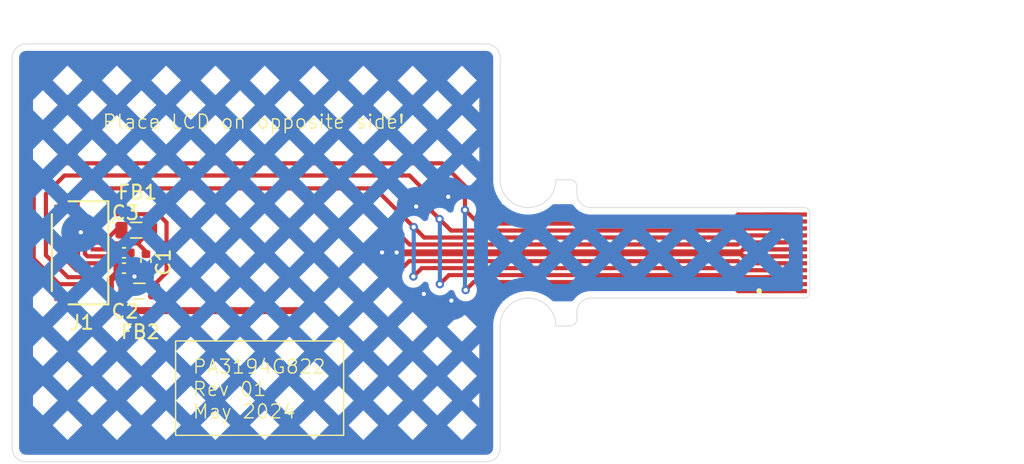
<source format=kicad_pcb>
(kicad_pcb (version 20240108) (generator "pcbnew") (generator_version "8.0")
  (title_block (title "Daughterboard") (date "2024-05-03") (rev "A"))
  (layers (0 "F.Cu" signal) (31 "B.Cu" signal) (34 "B.Paste" user) (35 "F.Paste" user) (36 "B.SilkS" user "B.Silkscreen") (37 "F.SilkS" user "F.Silkscreen") (38 "B.Mask" user) (39 "F.Mask" user) (44 "Edge.Cuts" user))
  (net 0 "")
  (net 1 "/VDDA")
  (net 2 "/VSSA")
  (net 3 "GND")
  (net 4 "/VDD")
  (net 5 "/SPI_CS")
  (net 6 "/SPI_SDI")
  (net 7 "/SPI_CLK")
  (footprint "Capacitor_SMD:C_0402_1005Metric" (layer "F.Cu") (at 108.025 101.1)
    (property "Reference" "C2" (at 0.075 3.1 0) (layer "F.SilkS"))
    (property "Value" "1u")
    (fp_line (start -0.107836 -0.36) (end 0.107836 -0.36) (stroke (width 0.12)) (layer "F.SilkS"))
    (fp_line (start -0.107836 0.36) (end 0.107836 0.36) (stroke (width 0.12)) (layer "F.SilkS"))
    (pad "1" smd roundrect (at -0.48 0) (size 0.56 0.62) (layers "F.Cu" "F.Paste" "F.Mask") (net 4 "/VDD"))
    (pad "2" smd roundrect (at 0.48 0) (size 0.56 0.62) (layers "F.Cu" "F.Paste" "F.Mask") (net 3 "GND"))
  )
  (footprint "Capacitor_SMD:C_0402_1005Metric" (layer "F.Cu") (at 109.6 100.575 90)
    (property "Reference" "C1" (at -0.1 1.25 -90) (layer "F.SilkS"))
    (property "Value" "1u")
    (fp_line (start -0.107836 -0.36) (end 0.107836 -0.36) (stroke (width 0.12)) (layer "F.SilkS"))
    (fp_line (start -0.107836 0.36) (end 0.107836 0.36) (stroke (width 0.12)) (layer "F.SilkS"))
    (pad "1" smd roundrect (at -0.48 0 90) (size 0.56 0.62) (layers "F.Cu" "F.Paste" "F.Mask") (net 2 "/VSSA"))
    (pad "2" smd roundrect (at 0.48 0 90) (size 0.56 0.62) (layers "F.Cu" "F.Paste" "F.Mask") (net 1 "/VDDA"))
  )
  (footprint "Inductor_SMD:L_0805_2012Metric" (layer "F.Cu") (at 108.9 98.375)
    (property "Reference" "FB1" (at 0.1 -2.725 0) (layer "F.SilkS"))
    (property "Value" "2k7")
    (fp_line (start -0.399622 -0.56) (end 0.399622 -0.56) (stroke (width 0.12)) (layer "F.SilkS"))
    (fp_line (start -0.399622 0.56) (end 0.399622 0.56) (stroke (width 0.12)) (layer "F.SilkS"))
    (pad "1" smd roundrect (at -1.0625 0) (size 0.875 1.2) (layers "F.Cu" "F.Paste" "F.Mask") (net 4 "/VDD"))
    (pad "2" smd roundrect (at 1.0625 0) (size 0.875 1.2) (layers "F.Cu" "F.Paste" "F.Mask") (net 1 "/VDDA"))
  )
  (footprint "Tundra_Connectors:Conn-FPC_Hirose-FH34SRJ-10S-0-5SH-50" (layer "F.Cu") (at 105 100 -90)
    (property "Reference" "J1" (at 5 0 180) (layer "F.SilkS"))
    (property "Value" "FH34SRJ-10S-0-5SH-50")
    (fp_line (start -2.762317 2.149624) (end 2.745517 2.149624) (stroke (width 0.1524)) (layer "F.SilkS"))
    (fp_line (start 3.7 0.95) (end 3.7 -1.9) (stroke (width 0.1524)) (layer "F.SilkS"))
    (fp_line (start -3.7 -1.9) (end -3.7 0.95) (stroke (width 0.1524)) (layer "F.SilkS"))
    (fp_line (start 3.7 -1.9) (end -3.7 -1.9) (stroke (width 0.1524)) (layer "F.SilkS"))
    (fp_line (start -2.26 -2.08) (end -2.11 -2.33) (stroke (width 0.1)) (layer "F.SilkS"))
    (fp_line (start -2.41 -2.33) (end -2.26 -2.08) (stroke (width 0.1)) (layer "F.SilkS"))
    (pad "1" smd rect (at -2.25 -1.025 270) (size 0.3 0.8) (layers "F.Cu" "F.Paste" "F.Mask") (net 2 "/VSSA"))
    (pad "2" smd rect (at -1.75 -1.025 270) (size 0.3 0.8) (layers "F.Cu" "F.Paste" "F.Mask") (net 3 "GND"))
    (pad "3" smd rect (at -1.25 -1.025 270) (size 0.3 0.8) (layers "F.Cu" "F.Paste" "F.Mask") (net 3 "GND"))
    (pad "4" smd rect (at -0.75 -1.025 270) (size 0.3 0.8) (layers "F.Cu" "F.Paste" "F.Mask") (net 4 "/VDD"))
    (pad "5" smd rect (at -0.25 -1.025 270) (size 0.3 0.8) (layers "F.Cu" "F.Paste" "F.Mask") (net 1 "/VDDA"))
    (pad "6" smd rect (at 0.25 -1.025 270) (size 0.3 0.8) (layers "F.Cu" "F.Paste" "F.Mask") (net 4 "/VDD"))
    (pad "7" smd rect (at 0.75 -1.025 270) (size 0.3 0.8) (layers "F.Cu" "F.Paste" "F.Mask") (net 3 "GND"))
    (pad "8" smd rect (at 1.25 -1.025 270) (size 0.3 0.8) (layers "F.Cu" "F.Paste" "F.Mask") (net 5 "/SPI_CS"))
    (pad "9" smd rect (at 1.75 -1.025 270) (size 0.3 0.8) (layers "F.Cu" "F.Paste" "F.Mask") (net 6 "/SPI_SDI"))
    (pad "10" smd rect (at 2.25 -1.025 270) (size 0.3 0.8) (layers "F.Cu" "F.Paste" "F.Mask") (net 7 "/SPI_CLK"))
    (pad "MP" smd rect (at -3.25 1.475 270) (size 0.4 1) (layers "F.Cu" "F.Paste" "F.Mask"))
    (pad "MP" smd rect (at 3.25 1.475 270) (size 0.4 1) (layers "F.Cu" "F.Paste" "F.Mask"))
  )
  (footprint "Inductor_SMD:L_0805_2012Metric" (layer "F.Cu") (at 109.125 102.75 180)
    (property "Reference" "FB2" (at -0.075 -2.925 180) (layer "F.SilkS"))
    (property "Value" "2k7")
    (fp_line (start -0.399622 0.56) (end 0.399622 0.56) (stroke (width 0.12)) (layer "F.SilkS"))
    (fp_line (start -0.399622 -0.56) (end 0.399622 -0.56) (stroke (width 0.12)) (layer "F.SilkS"))
    (pad "1" smd roundrect (at -1.0625 0 180) (size 0.875 1.2) (layers "F.Cu" "F.Paste" "F.Mask") (net 2 "/VSSA"))
    (pad "2" smd roundrect (at 1.0625 0 180) (size 0.875 1.2) (layers "F.Cu" "F.Paste" "F.Mask") (net 3 "GND"))
  )
  (footprint "Tundra_Connectors:Conn-FPC-CustomCable_01x12" (layer "F.Cu") (at 155.5 100 90)
    (property "Reference" "J2" (hide yes))
    (property "Value" "FPC-CustomCable_01x12")
    (fp_circle (center -2.74 -1.93) (end -2.64 -1.93) (stroke (width 0.2)) (fill none) (layer "F.SilkS"))
    (pad "1" smd rect (at -2.75 0 90) (size 0.3 3) (layers "F.Cu" "F.Paste" "F.Mask") (net 7 "/SPI_CLK"))
    (pad "2" smd rect (at -2.25 0 90) (size 0.3 3) (layers "F.Cu" "F.Paste" "F.Mask") (net 6 "/SPI_SDI"))
    (pad "3" smd rect (at -1.75 0 90) (size 0.3 3) (layers "F.Cu" "F.Paste" "F.Mask") (net 5 "/SPI_CS"))
    (pad "4" smd rect (at -1.25 0 90) (size 0.3 3) (layers "F.Cu" "F.Paste" "F.Mask") (net 4 "/VDD"))
    (pad "5" smd rect (at -0.75 0 90) (size 0.3 3) (layers "F.Cu" "F.Paste" "F.Mask") (net 3 "GND"))
    (pad "6" smd rect (at -0.25 0 90) (size 0.3 3) (layers "F.Cu" "F.Paste" "F.Mask") (net 3 "GND"))
    (pad "7" smd rect (at 0.25 0 90) (size 0.3 3) (layers "F.Cu" "F.Paste" "F.Mask") (net 3 "GND"))
    (pad "8" smd rect (at 0.75 0 90) (size 0.3 3) (layers "F.Cu" "F.Paste" "F.Mask") (net 3 "GND"))
    (pad "9" smd rect (at 1.25 0 90) (size 0.3 3) (layers "F.Cu" "F.Paste" "F.Mask") (net 4 "/VDD"))
    (pad "10" smd rect (at 1.75 0 90) (size 0.3 3) (layers "F.Cu" "F.Paste" "F.Mask") (net 5 "/SPI_CS"))
    (pad "11" smd rect (at 2.25 0 90) (size 0.3 3) (layers "F.Cu" "F.Paste" "F.Mask") (net 6 "/SPI_SDI"))
    (pad "12" smd rect (at 2.75 0 90) (size 0.3 3) (layers "F.Cu" "F.Paste" "F.Mask") (net 7 "/SPI_CLK"))
  )
  (footprint "Capacitor_SMD:C_0402_1005Metric" (layer "F.Cu") (at 108.025 100)
    (property "Reference" "C3" (at 0.1 -2.875 0) (layer "F.SilkS"))
    (property "Value" "560")
    (fp_line (start -0.107836 -0.36) (end 0.107836 -0.36) (stroke (width 0.12)) (layer "F.SilkS"))
    (fp_line (start -0.107836 0.36) (end 0.107836 0.36) (stroke (width 0.12)) (layer "F.SilkS"))
    (pad "1" smd roundrect (at -0.48 0) (size 0.56 0.62) (layers "F.Cu" "F.Paste" "F.Mask") (net 4 "/VDD"))
    (pad "2" smd roundrect (at 0.48 0) (size 0.56 0.62) (layers "F.Cu" "F.Paste" "F.Mask") (net 3 "GND"))
  )
  (gr_rect (start 111.725 106.325) (end 123.775 113.1) (stroke (width 0.1)) (fill none) (layer "F.SilkS"))
  (gr_arc (start 100 86) (mid 100.292893 85.292893) (end 101 85) (stroke (width 0.05)) (layer "Edge.Cuts"))
  (gr_arc (start 141.5 96.75) (mid 140.792893 96.457107) (end 140.5 95.75) (stroke (width 0.05)) (layer "Edge.Cuts"))
  (gr_line (start 141.5 96.75) (end 156.8 96.75) (stroke (width 0.05)) (layer "Edge.Cuts"))
  (gr_line (start 101 85) (end 134 85) (stroke (width 0.05)) (layer "Edge.Cuts"))
  (gr_line (start 135 114) (end 135 105.25) (stroke (width 0.05)) (layer "Edge.Cuts"))
  (gr_line (start 101 115) (end 134 115) (stroke (width 0.05)) (layer "Edge.Cuts"))
  (gr_arc (start 134 85) (mid 134.707107 85.292893) (end 135 86) (stroke (width 0.05)) (layer "Edge.Cuts"))
  (gr_arc (start 135 105.25) (mid 137 103.25) (end 139 105.25) (stroke (width 0.05)) (layer "Edge.Cuts"))
  (gr_line (start 157.2 97.15) (end 157.2 102.85) (stroke (width 0.05)) (layer "Edge.Cuts"))
  (gr_arc (start 140.5 104.25) (mid 140.792893 103.542893) (end 141.5 103.25) (stroke (width 0.05)) (layer "Edge.Cuts"))
  (gr_arc (start 135 114) (mid 134.707107 114.707107) (end 134 115) (stroke (width 0.05)) (layer "Edge.Cuts"))
  (gr_arc (start 156.8 96.75) (mid 157.082843 96.867157) (end 157.2 97.15) (stroke (width 0.05)) (layer "Edge.Cuts"))
  (gr_line (start 135 86) (end 135 94.75) (stroke (width 0.05)) (layer "Edge.Cuts"))
  (gr_arc (start 140 94.75) (mid 140.353553 94.896447) (end 140.5 95.25) (stroke (width 0.05)) (layer "Edge.Cuts"))
  (gr_line (start 141.5 103.25) (end 156.8 103.25) (stroke (width 0.05)) (layer "Edge.Cuts"))
  (gr_line (start 139 105.25) (end 140 105.25) (stroke (width 0.05)) (layer "Edge.Cuts"))
  (gr_arc (start 157.2 102.85) (mid 157.082843 103.132843) (end 156.8 103.25) (stroke (width 0.05)) (layer "Edge.Cuts"))
  (gr_line (start 140.5 95.25) (end 140.5 95.75) (stroke (width 0.05)) (layer "Edge.Cuts"))
  (gr_arc (start 140.5 104.75) (mid 140.353553 105.103553) (end 140 105.25) (stroke (width 0.05)) (layer "Edge.Cuts"))
  (gr_line (start 139 94.75) (end 140 94.75) (stroke (width 0.05)) (layer "Edge.Cuts"))
  (gr_line (start 100 86) (end 100 114) (stroke (width 0.05)) (layer "Edge.Cuts"))
  (gr_arc (start 101 115) (mid 100.292893 114.707107) (end 100 114) (stroke (width 0.05)) (layer "Edge.Cuts"))
  (gr_arc (start 139 94.75) (mid 137 96.75) (end 135 94.75) (stroke (width 0.05)) (layer "Edge.Cuts"))
  (gr_line (start 140.5 104.75) (end 140.5 104.25) (stroke (width 0.05)) (layer "Edge.Cuts"))
  (gr_text "Place LCD on opposite side!" (at 106.425 91.175 0) (layer "F.SilkS") (effects (font (size 1 1) (thickness 0.1)) (justify left bottom)))
  (gr_text "PA3194G822\nRev 01\nMay 2024" (at 112.8875 111.975 0) (layer "F.SilkS") (effects (font (size 1 1) (thickness 0.1)) (justify left bottom)))
  (segment (start 106.788154 99.75) (end 107.213154 99.325) (width 0.3) (layer "F.Cu") (net 1))
  (segment (start 109.6 99.9125) (end 109.0125 99.325) (width 0.3) (layer "F.Cu") (net 1))
  (segment (start 109.0125 99.325) (end 109.9625 98.375) (width 0.3) (layer "F.Cu") (net 1))
  (segment (start 106.025 99.75) (end 106.788154 99.75) (width 0.3) (layer "F.Cu") (net 1))
  (segment (start 109.6 100.095) (end 109.6 99.9125) (width 0.3) (layer "F.Cu") (net 1))
  (segment (start 107.213154 99.325) (end 109.0125 99.325) (width 0.3) (layer "F.Cu") (net 1))
  (segment (start 110.1875 102.2125) (end 110.1875 102.75) (width 0.3) (layer "F.Cu") (net 2))
  (segment (start 109.6 101.055) (end 109.6 101.625) (width 0.3) (layer "F.Cu") (net 2))
  (segment (start 106.55 97.225) (end 106.025 97.75) (width 0.3) (layer "F.Cu") (net 2))
  (segment (start 109.6 101.625) (end 110.1875 102.2125) (width 0.3) (layer "F.Cu") (net 2))
  (segment (start 111.075 97.825) (end 110.475 97.225) (width 0.3) (layer "F.Cu") (net 2))
  (segment (start 111.075 101.4125) (end 111.075 97.825) (width 0.3) (layer "F.Cu") (net 2))
  (segment (start 110.475 97.225) (end 106.55 97.225) (width 0.3) (layer "F.Cu") (net 2))
  (segment (start 109.8875 102.6) (end 111.075 101.4125) (width 0.3) (layer "F.Cu") (net 2))
  (segment (start 108.505 101.43) (end 108.775 101.7) (width 0.3) (layer "F.Cu") (net 3))
  (segment (start 108.0625 102.4125) (end 108.775 101.7) (width 0.3) (layer "F.Cu") (net 3))
  (segment (start 106.025 100.75) (end 105.192894 100.75) (width 0.3) (layer "F.Cu") (net 3))
  (segment (start 152.175 100) (end 152.925 99.25) (width 0.3) (layer "F.Cu") (net 3))
  (segment (start 105.2 98.25) (end 104.925 98.525) (width 0.3) (layer "F.Cu") (net 3))
  (segment (start 152.925 100.75) (end 152.275 100.1) (width 0.3) (layer "F.Cu") (net 3))
  (segment (start 108.505 101.32) (end 108.505 101.1) (width 0.3) (layer "F.Cu") (net 3))
  (segment (start 104.725 100.282106) (end 104.725 98.725) (width 0.3) (layer "F.Cu") (net 3))
  (segment (start 155.5 100.75) (end 152.925 100.75) (width 0.3) (layer "F.Cu") (net 3))
  (segment (start 104.725 98.725) (end 104.925 98.525) (width 0.3) (layer "F.Cu") (net 3))
  (segment (start 108.505 101.1) (end 108.505 100) (width 0.3) (layer "F.Cu") (net 3))
  (segment (start 108.505 101.32) (end 108.505 101.43) (width 0.3) (layer "F.Cu") (net 3))
  (segment (start 126.55 100) (end 152.175 100) (width 0.5) (layer "F.Cu") (net 3))
  (segment (start 105.025 98.525) (end 104.925 98.525) (width 0.3) (layer "F.Cu") (net 3))
  (segment (start 108.0625 102.75) (end 108.0625 102.4125) (width 0.3) (layer "F.Cu") (net 3))
  (segment (start 155.5 100.25) (end 152.425 100.25) (width 0.3) (layer "F.Cu") (net 3))
  (segment (start 155.5 99.75) (end 152.425 99.75) (width 0.3) (layer "F.Cu") (net 3))
  (segment (start 152.425 100.25) (end 152.175 100) (width 0.3) (layer "F.Cu") (net 3))
  (segment (start 126.55 100) (end 126.525 99.975) (width 0.3) (layer "F.Cu") (net 3))
  (segment (start 152.925 99.25) (end 155.5 99.25) (width 0.3) (layer "F.Cu") (net 3))
  (segment (start 152.425 100.25) (end 152.275 100.1) (width 0.3) (layer "F.Cu") (net 3))
  (segment (start 152.425 99.75) (end 152.175 100) (width 0.3) (layer "F.Cu") (net 3))
  (segment (start 105.192894 100.75) (end 104.725 100.282106) (width 0.3) (layer "F.Cu") (net 3))
  (segment (start 152.275 100.1) (end 152.175 100) (width 0.3) (layer "F.Cu") (net 3))
  (segment (start 106.025 98.25) (end 105.2 98.25) (width 0.3) (layer "F.Cu") (net 3))
  (segment (start 106.025 98.75) (end 105.25 98.75) (width 0.3) (layer "F.Cu") (net 3))
  (segment (start 105.25 98.75) (end 105.025 98.525) (width 0.3) (layer "F.Cu") (net 3))
  (via (at 108.775 101.7) (size 0.6) (drill 0.3) (layers "F.Cu" "B.Cu") (net 3))
  (via (at 126.525 99.975) (size 0.6) (drill 0.3) (layers "F.Cu" "B.Cu") (net 3))
  (via (at 129.525 102.95) (size 0.6) (drill 0.3) (layers "F.Cu" "B.Cu") (net 3))
  (via (at 127.575 99.975) (size 0.6) (drill 0.3) (layers "F.Cu" "B.Cu") (net 3))
  (via (at 104.925 98.525) (size 0.6) (drill 0.3) (layers "F.Cu" "B.Cu") (net 3))
  (via (at 128.975 96.675) (size 0.6) (drill 0.3) (layers "F.Cu" "B.Cu") (net 3))
  (via (at 131.5 103.425) (size 0.6) (drill 0.3) (layers "F.Cu" "B.Cu") (net 3))
  (via (at 131.275 95.975) (size 0.6) (drill 0.3) (layers "F.Cu" "B.Cu") (net 3))
  (segment (start 107.7 104.15) (end 119.9 104.15) (width 0.5) (layer "F.Cu") (net 4))
  (segment (start 106.025 100.25) (end 107.295 100.25) (width 0.3) (layer "F.Cu") (net 4))
  (segment (start 126.175 101.25) (end 127.825 101.25) (width 0.3) (layer "F.Cu") (net 4))
  (segment (start 107.295 100.25) (end 107.545 100) (width 0.3) (layer "F.Cu") (net 4))
  (segment (start 152.05 100.6) (end 152.7 101.25) (width 0.3) (layer "F.Cu") (net 4))
  (segment (start 107.545 101.455) (end 107.05 101.95) (width 0.5) (layer "F.Cu") (net 4))
  (segment (start 127.825 101.25) (end 128.475 100.6) (width 0.3) (layer "F.Cu") (net 4))
  (segment (start 107.8375 98.2125) (end 107.8375 98.375) (width 0.3) (layer "F.Cu") (net 4))
  (segment (start 119.9 104.15) (end 120.925 104.15) (width 0.5) (layer "F.Cu") (net 4))
  (segment (start 107.545 101.1) (end 107.545 101.455) (width 0.5) (layer "F.Cu") (net 4))
  (segment (start 128.5 99.4) (end 152.05 99.4) (width 0.3) (layer "F.Cu") (net 4))
  (segment (start 127.975 98.875) (end 128.5 99.4) (width 0.3) (layer "F.Cu") (net 4))
  (segment (start 106.575 99.25) (end 107.45 98.375) (width 0.3) (layer "F.Cu") (net 4))
  (segment (start 155.5 98.75) (end 152.7 98.75) (width 0.3) (layer "F.Cu") (net 4))
  (segment (start 105.4 99.25) (end 106.025 99.25) (width 0.3) (layer "F.Cu") (net 4))
  (segment (start 105.4 100.25) (end 105.225 100.075) (width 0.3) (layer "F.Cu") (net 4))
  (segment (start 125 100.075) (end 126.175 101.25) (width 0.3) (layer "F.Cu") (net 4))
  (segment (start 107.05 103.5) (end 107.7 104.15) (width 0.5) (layer "F.Cu") (net 4))
  (segment (start 105.225 99.425) (end 105.4 99.25) (width 0.3) (layer "F.Cu") (net 4))
  (segment (start 107.45 98.375) (end 107.8375 98.375) (width 0.3) (layer "F.Cu") (net 4))
  (segment (start 107.545 101.1) (end 107.545 100) (width 0.3) (layer "F.Cu") (net 4))
  (segment (start 106.025 100.25) (end 105.4 100.25) (width 0.3) (layer "F.Cu") (net 4))
  (segment (start 128.475 100.6) (end 152.05 100.6) (width 0.3) (layer "F.Cu") (net 4))
  (segment (start 120.925 104.15) (end 125 100.075) (width 0.5) (layer "F.Cu") (net 4))
  (segment (start 155.5 101.25) (end 152.7 101.25) (width 0.3) (layer "F.Cu") (net 4))
  (segment (start 126.2 98.875) (end 127.975 98.875) (width 0.3) (layer "F.Cu") (net 4))
  (segment (start 106.025 99.25) (end 106.575 99.25) (width 0.3) (layer "F.Cu") (net 4))
  (segment (start 125 100.075) (end 126.2 98.875) (width 0.3) (layer "F.Cu") (net 4))
  (segment (start 105.225 100.075) (end 105.225 99.425) (width 0.3) (layer "F.Cu") (net 4))
  (segment (start 152.05 99.4) (end 152.7 98.75) (width 0.3) (layer "F.Cu") (net 4))
  (segment (start 107.05 101.95) (end 107.05 103.5) (width 0.5) (layer "F.Cu") (net 4))
  (segment (start 105.475 95.375) (end 104.7 96.15) (width 0.3) (layer "F.Cu") (net 5))
  (segment (start 129.55 98.9) (end 129.225 98.575) (width 0.3) (layer "F.Cu") (net 5))
  (segment (start 152.475 98.25) (end 151.825 98.9) (width 0.3) (layer "F.Cu") (net 5))
  (segment (start 151.842894 101.1) (end 130.35 101.1) (width 0.3) (layer "F.Cu") (net 5))
  (segment (start 126.025 95.375) (end 124.9 95.375) (width 0.3) (layer "F.Cu") (net 5))
  (segment (start 129.375 101.1) (end 128.775 101.7) (width 0.3) (layer "F.Cu") (net 5))
  (segment (start 124.9 95.375) (end 105.475 95.375) (width 0.3) (layer "F.Cu") (net 5))
  (segment (start 155.5 98.25) (end 152.475 98.25) (width 0.3) (layer "F.Cu") (net 5))
  (segment (start 104.625 101.25) (end 106.025 101.25) (width 0.3) (layer "F.Cu") (net 5))
  (segment (start 152.492894 101.75) (end 151.842894 101.1) (width 0.3) (layer "F.Cu") (net 5))
  (segment (start 104.7 96.15) (end 104.7 97.2) (width 0.3) (layer "F.Cu") (net 5))
  (segment (start 155.5 101.75) (end 152.492894 101.75) (width 0.3) (layer "F.Cu") (net 5))
  (segment (start 104.025 100.65) (end 104.625 101.25) (width 0.3) (layer "F.Cu") (net 5))
  (segment (start 130.35 101.1) (end 130.275 101.1) (width 0.3) (layer "F.Cu") (net 5))
  (segment (start 104.025 97.875) (end 104.025 100.65) (width 0.3) (layer "F.Cu") (net 5))
  (segment (start 130.35 101.1) (end 129.375 101.1) (width 0.3) (layer "F.Cu") (net 5))
  (segment (start 129.225 98.575) (end 128.8 98.15) (width 0.3) (layer "F.Cu") (net 5))
  (segment (start 104.7 97.2) (end 104.025 97.875) (width 0.3) (layer "F.Cu") (net 5))
  (segment (start 151.825 98.9) (end 129.55 98.9) (width 0.3) (layer "F.Cu") (net 5))
  (segment (start 129.225 98.575) (end 126.025 95.375) (width 0.3) (layer "F.Cu") (net 5))
  (via (at 128.8 98.15) (size 0.6) (drill 0.3) (layers "F.Cu" "B.Cu") (net 5))
  (via (at 128.775 101.7) (size 0.6) (drill 0.3) (layers "F.Cu" "B.Cu") (net 5))
  (segment (start 128.8 98.15) (end 128.8 101.675) (width 0.3) (layer "B.Cu") (net 5))
  (segment (start 128.8 101.675) (end 128.775 101.7) (width 0.3) (layer "B.Cu") (net 5))
  (segment (start 130.1 97.025) (end 130.65 97.575) (width 0.3) (layer "F.Cu") (net 6))
  (segment (start 130.1 96.05) (end 130.1 97.025) (width 0.3) (layer "F.Cu") (net 6))
  (segment (start 155.5 102.25) (end 152.275 102.25) (width 0.3) (layer "F.Cu") (net 6))
  (segment (start 104 101.75) (end 102.425 100.175) (width 0.3) (layer "F.Cu") (net 6))
  (segment (start 103.75 94.45) (end 128.5 94.45) (width 0.3) (layer "F.Cu") (net 6))
  (segment (start 151.6 98.4) (end 152.25 97.75) (width 0.3) (layer "F.Cu") (net 6))
  (segment (start 155.5 97.75) (end 152.25 97.75) (width 0.3) (layer "F.Cu") (net 6))
  (segment (start 130.65 97.575) (end 131.475 98.4) (width 0.3) (layer "F.Cu") (net 6))
  (segment (start 106.025 101.75) (end 104 101.75) (width 0.3) (layer "F.Cu") (net 6))
  (segment (start 128.5 94.45) (end 130.1 96.05) (width 0.3) (layer "F.Cu") (net 6))
  (segment (start 151.625 101.6) (end 131.325 101.6) (width 0.3) (layer "F.Cu") (net 6))
  (segment (start 152.275 102.25) (end 151.625 101.6) (width 0.3) (layer "F.Cu") (net 6))
  (segment (start 102.425 95.775) (end 103.75 94.45) (width 0.3) (layer "F.Cu") (net 6))
  (segment (start 131.325 101.6) (end 130.675 102.25) (width 0.3) (layer "F.Cu") (net 6))
  (segment (start 131.475 98.4) (end 151.6 98.4) (width 0.3) (layer "F.Cu") (net 6))
  (segment (start 102.425 100.175) (end 102.425 95.775) (width 0.3) (layer "F.Cu") (net 6))
  (via (at 130.65 97.575) (size 0.6) (drill 0.3) (layers "F.Cu" "B.Cu") (net 6))
  (via (at 130.675 102.25) (size 0.6) (drill 0.3) (layers "F.Cu" "B.Cu") (net 6))
  (segment (start 130.675 102.25) (end 130.675 97.6) (width 0.3) (layer "B.Cu") (net 6))
  (segment (start 130.65 102.225) (end 130.675 102.25) (width 0.3) (layer "B.Cu") (net 6))
  (segment (start 130.675 97.6) (end 130.65 97.575) (width 0.3) (layer "B.Cu") (net 6))
  (segment (start 151.417894 102.1) (end 133.1 102.1) (width 0.3) (layer "F.Cu") (net 7))
  (segment (start 106.025 102.25) (end 103.375 102.25) (width 0.3) (layer "F.Cu") (net 7))
  (segment (start 101.55 95.35) (end 103.325 93.575) (width 0.3) (layer "F.Cu") (net 7))
  (segment (start 132.475 95.2) (end 132.475 96.925) (width 0.3) (layer "F.Cu") (net 7))
  (segment (start 103.375 102.25) (end 101.55 100.425) (width 0.3) (layer "F.Cu") (net 7))
  (segment (start 152.067894 102.75) (end 151.417894 102.1) (width 0.3) (layer "F.Cu") (net 7))
  (segment (start 101.55 100.425) (end 101.55 95.35) (width 0.3) (layer "F.Cu") (net 7))
  (segment (start 132.475 96.925) (end 133.45 97.9) (width 0.3) (layer "F.Cu") (net 7))
  (segment (start 130.85 93.575) (end 132.475 95.2) (width 0.3) (layer "F.Cu") (net 7))
  (segment (start 151.392894 97.9) (end 152.042894 97.25) (width 0.3) (layer "F.Cu") (net 7))
  (segment (start 155.5 102.75) (end 152.067894 102.75) (width 0.3) (layer "F.Cu") (net 7))
  (segment (start 152.042894 97.25) (end 155.5 97.25) (width 0.3) (layer "F.Cu") (net 7))
  (segment (start 133.1 102.1) (end 132.525 102.675) (width 0.3) (layer "F.Cu") (net 7))
  (segment (start 133.45 97.9) (end 151.392894 97.9) (width 0.3) (layer "F.Cu") (net 7))
  (segment (start 103.325 93.575) (end 130.85 93.575) (width 0.3) (layer "F.Cu") (net 7))
  (via (at 132.525 102.675) (size 0.6) (drill 0.3) (layers "F.Cu" "B.Cu") (net 7))
  (via (at 132.475 96.925) (size 0.6) (drill 0.3) (layers "F.Cu" "B.Cu") (net 7))
  (segment (start 132.475 96.925) (end 132.475 102.625) (width 0.3) (layer "B.Cu") (net 7))
  (segment (start 132.475 102.625) (end 132.525 102.675) (width 0.3) (layer "B.Cu") (net 7))
  (zone (net 3) (net_name "GND") (layer "B.Cu") (connect_pads (clearance 0.5)) (min_thickness 0.5) (fill yes (mode hatch) (thermal_gap 0.5) (thermal_bridge_width 0.5) (hatch_thickness 1) (hatch_gap 1.5) (hatch_orientation 45) (hatch_border_algorithm hatch_thickness) (hatch_min_hole_area 0.3))
    (polygon (pts (xy 99.85 84.775) (xy 135.075 84.8) (xy 135.125 96.5) (xy 157.4 96.525) (xy 157.375 103.425) (xy 135.175 103.5) (xy 135.1 115.15) (xy 99.9 115.15)))
  )
)
</source>
